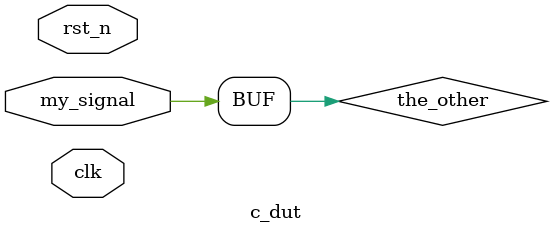
<source format=sv>
module c_dut(
	      input clk,
	      input rst_n,
	      input my_signal
	      );

   logic 	    the_other;

   assign the_other  = my_signal;

   always@(my_signal) begin
      $display($time," my_signal=%0b",my_signal);
   end

endmodule // c_dut

</source>
